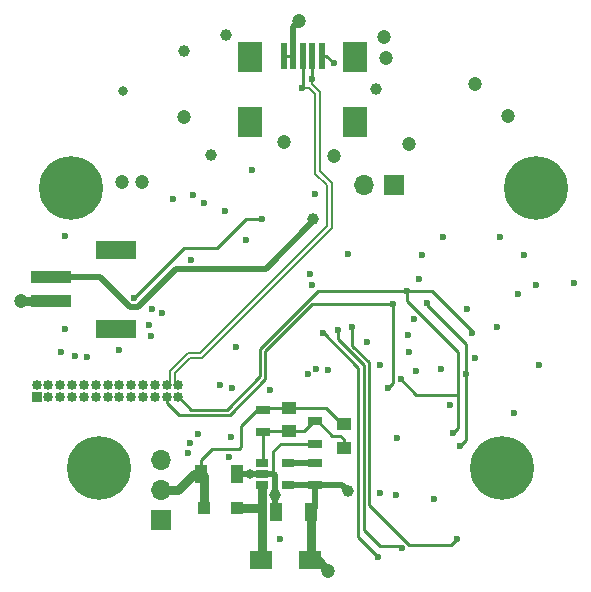
<source format=gbr>
G04 #@! TF.GenerationSoftware,KiCad,Pcbnew,(5.1.0)-1*
G04 #@! TF.CreationDate,2019-04-30T23:23:29-05:00*
G04 #@! TF.ProjectId,Avionics Board 1,4176696f-6e69-4637-9320-426f61726420,rev?*
G04 #@! TF.SameCoordinates,Original*
G04 #@! TF.FileFunction,Copper,L4,Bot*
G04 #@! TF.FilePolarity,Positive*
%FSLAX46Y46*%
G04 Gerber Fmt 4.6, Leading zero omitted, Abs format (unit mm)*
G04 Created by KiCad (PCBNEW (5.1.0)-1) date 2019-04-30 23:23:29*
%MOMM*%
%LPD*%
G04 APERTURE LIST*
%ADD10R,1.900000X1.600000*%
%ADD11O,0.850000X0.850000*%
%ADD12R,0.850000X0.850000*%
%ADD13R,1.250000X1.000000*%
%ADD14C,5.400000*%
%ADD15R,1.700000X1.700000*%
%ADD16O,1.700000X1.700000*%
%ADD17R,1.000000X1.600000*%
%ADD18R,1.100000X1.100000*%
%ADD19R,3.400000X1.500000*%
%ADD20R,3.500000X1.000000*%
%ADD21R,0.500000X2.300000*%
%ADD22R,2.000000X2.500000*%
%ADD23R,1.300000X0.700000*%
%ADD24R,1.060000X0.650000*%
%ADD25C,0.800000*%
%ADD26C,1.000000*%
%ADD27C,0.600000*%
%ADD28C,1.200000*%
%ADD29C,0.500000*%
%ADD30C,0.250000*%
%ADD31C,0.750000*%
%ADD32C,0.200000*%
G04 APERTURE END LIST*
D10*
X41719280Y-124805440D03*
X45819280Y-124805440D03*
D11*
X34700000Y-110000000D03*
X34700000Y-111000000D03*
X33700000Y-110000000D03*
X33700000Y-111000000D03*
X32700000Y-110000000D03*
X32700000Y-111000000D03*
X31700000Y-110000000D03*
X31700000Y-111000000D03*
X30700000Y-110000000D03*
X30700000Y-111000000D03*
X29700000Y-110000000D03*
X29700000Y-111000000D03*
X28700000Y-110000000D03*
X28700000Y-111000000D03*
X27700000Y-110000000D03*
X27700000Y-111000000D03*
X26700000Y-110000000D03*
X26700000Y-111000000D03*
X25700000Y-110000000D03*
X25700000Y-111000000D03*
X24700000Y-110000000D03*
X24700000Y-111000000D03*
X23700000Y-110000000D03*
X23700000Y-111000000D03*
X22700000Y-110000000D03*
D12*
X22700000Y-111000000D03*
D13*
X48700000Y-115300000D03*
X48700000Y-113300000D03*
D14*
X64940000Y-93322000D03*
X62100000Y-117000000D03*
X25640000Y-93322000D03*
X28000000Y-117000000D03*
D15*
X52940000Y-93022000D03*
D16*
X50400000Y-93022000D03*
D17*
X36640000Y-117522000D03*
X39640000Y-117522000D03*
X45940000Y-120722000D03*
X42940000Y-120722000D03*
D18*
X36840000Y-120422000D03*
X39640000Y-120422000D03*
D19*
X29440000Y-98522000D03*
D20*
X23890000Y-100872000D03*
X23890000Y-102872000D03*
D19*
X29440000Y-105222000D03*
D21*
X46840000Y-82122000D03*
X46040000Y-82122000D03*
X45240000Y-82122000D03*
X44440000Y-82122000D03*
X43640000Y-82122000D03*
D22*
X49690000Y-82222000D03*
X49690000Y-87722000D03*
X40790000Y-82222000D03*
X40790000Y-87722000D03*
D15*
X33223200Y-121406920D03*
D16*
X33223200Y-118866920D03*
X33223200Y-116326920D03*
D23*
X46240000Y-118472000D03*
X46240000Y-116572000D03*
D24*
X41740000Y-118472000D03*
X41740000Y-117522000D03*
X41740000Y-116572000D03*
X43940000Y-116572000D03*
X43940000Y-118472000D03*
D23*
X41840000Y-113972000D03*
X41840000Y-112072000D03*
X46240000Y-113072000D03*
X46240000Y-114972000D03*
D13*
X44040000Y-113922000D03*
X44040000Y-111922000D03*
D25*
X40740000Y-117522000D03*
D26*
X42840000Y-119322000D03*
D27*
X29640000Y-107022000D03*
X40440000Y-97722000D03*
X46040000Y-101522000D03*
X40940000Y-91822000D03*
X34240000Y-94222000D03*
X51740000Y-119122000D03*
D28*
X43640000Y-89422000D03*
D27*
X46240000Y-93822000D03*
D28*
X35140000Y-87322000D03*
X29940000Y-92822000D03*
D26*
X35140000Y-81722000D03*
D27*
X56311800Y-119621300D03*
D28*
X52240000Y-82322000D03*
X62640000Y-87222000D03*
X54240000Y-89622000D03*
D27*
X39570000Y-106758000D03*
X32440000Y-103522000D03*
X25092000Y-97360000D03*
X25092000Y-105234000D03*
X59106000Y-103572000D03*
X55042000Y-101032000D03*
X55296000Y-99000000D03*
X57074000Y-97476000D03*
X63932000Y-99000000D03*
X61900000Y-97476000D03*
X63424000Y-102302000D03*
D28*
X21390000Y-102872000D03*
D27*
X39240000Y-110222000D03*
D28*
X44900000Y-79200000D03*
D27*
X51800760Y-108310680D03*
X57715000Y-111668560D03*
X54787800Y-108818680D03*
X63124080Y-112379760D03*
X61716920Y-105105200D03*
X54102000Y-105791000D03*
X47840000Y-82722000D03*
D26*
X51440000Y-84922000D03*
D28*
X47840000Y-90622000D03*
D26*
X37440000Y-90522000D03*
D28*
X47401480Y-125724920D03*
D27*
X45840000Y-100622000D03*
X49040000Y-98922000D03*
X68184000Y-101322000D03*
X64940000Y-101522000D03*
X33340000Y-103922000D03*
X38640000Y-95222000D03*
X50640000Y-106322000D03*
D25*
X30040000Y-85122000D03*
D27*
X53140000Y-119322000D03*
X38240000Y-110022000D03*
D28*
X31640000Y-92822000D03*
D27*
X53247000Y-114447000D03*
X47381160Y-108727240D03*
X43327320Y-123012200D03*
X59827160Y-107690920D03*
X65211960Y-108285280D03*
X54193440Y-107172760D03*
X54652078Y-104417962D03*
D26*
X38740000Y-80322000D03*
D28*
X52140000Y-80522000D03*
D26*
X46100000Y-95922000D03*
D28*
X59840000Y-84522000D03*
D26*
X49022000Y-118948200D03*
D27*
X46940000Y-105622000D03*
X51612800Y-124576840D03*
X48240000Y-105322000D03*
X53645608Y-123811492D03*
X49440000Y-105122000D03*
X58293000Y-123050300D03*
X46040000Y-84122000D03*
X45140000Y-84822000D03*
X39141400Y-114437160D03*
X36337240Y-114147600D03*
X38968680Y-116123720D03*
X35692080Y-114940080D03*
X35514280Y-115773200D03*
X42453560Y-110388400D03*
X45640000Y-109022000D03*
X46340000Y-108622000D03*
X52840000Y-103122000D03*
X52440000Y-110222000D03*
X55740000Y-103022000D03*
X58540000Y-115122000D03*
X59040000Y-109067360D03*
X53540000Y-109522000D03*
X54040000Y-102022000D03*
X57940000Y-114022000D03*
X59522360Y-105557320D03*
X26940000Y-107622000D03*
X35740000Y-99422000D03*
X25940000Y-107522000D03*
X36840000Y-94622000D03*
X35940000Y-93922000D03*
X24740000Y-107222000D03*
X41740000Y-95922000D03*
X30940000Y-102622000D03*
X32240000Y-104922000D03*
X32340000Y-105822000D03*
X56896000Y-108625640D03*
D29*
X40740000Y-117522000D02*
X40640000Y-117522000D01*
D30*
X46240000Y-114972000D02*
X43390000Y-114972000D01*
X42740000Y-115622000D02*
X42740000Y-117522000D01*
X43390000Y-114972000D02*
X42740000Y-115622000D01*
D29*
X41740000Y-117522000D02*
X40640000Y-117522000D01*
X40640000Y-117522000D02*
X39640000Y-117522000D01*
X41740000Y-117522000D02*
X42740000Y-117522000D01*
X42840000Y-117622000D02*
X42840000Y-119322000D01*
X42840000Y-119322000D02*
X42840000Y-120622000D01*
X42740000Y-117522000D02*
X42840000Y-117622000D01*
X42840000Y-120622000D02*
X42940000Y-120722000D01*
D31*
X23890000Y-102872000D02*
X21390000Y-102872000D01*
D30*
X43640000Y-82122000D02*
X44440000Y-82122000D01*
D29*
X44440000Y-79660000D02*
X44900000Y-79200000D01*
X44440000Y-82122000D02*
X44440000Y-79660000D01*
D30*
X47240000Y-82122000D02*
X46840000Y-82122000D01*
X47840000Y-82722000D02*
X47240000Y-82122000D01*
D29*
X43940000Y-118472000D02*
X46240000Y-118472000D01*
X46240000Y-118472000D02*
X46240000Y-120422000D01*
X46240000Y-120422000D02*
X45940000Y-120722000D01*
X42089999Y-100172001D02*
X46040001Y-96221999D01*
X34500001Y-100172001D02*
X42089999Y-100172001D01*
X31300001Y-103372001D02*
X34500001Y-100172001D01*
X30579999Y-103372001D02*
X31300001Y-103372001D01*
X46040001Y-96221999D02*
X46340000Y-95922000D01*
X28079998Y-100872000D02*
X30579999Y-103372001D01*
X23890000Y-100872000D02*
X28079998Y-100872000D01*
X46240000Y-118472000D02*
X48545800Y-118472000D01*
X48545800Y-118472000D02*
X49022000Y-118948200D01*
D31*
X45940000Y-124684720D02*
X45819280Y-124805440D01*
X45940000Y-120722000D02*
X45940000Y-124684720D01*
X46482000Y-124805440D02*
X47401480Y-125724920D01*
X45819280Y-124805440D02*
X46482000Y-124805440D01*
D30*
X47040000Y-105622000D02*
X46940000Y-105622000D01*
X49940000Y-108522000D02*
X47040000Y-105622000D01*
X49940000Y-122904040D02*
X51612800Y-124576840D01*
X49940000Y-122688560D02*
X49940000Y-122904040D01*
X49940000Y-122688560D02*
X49940000Y-108522000D01*
X51740000Y-123622000D02*
X50390002Y-122272002D01*
X50390002Y-122272002D02*
X50390002Y-108272002D01*
X50390002Y-108272002D02*
X48240000Y-106122000D01*
X48240000Y-106122000D02*
X48240000Y-105322000D01*
X51740000Y-123622000D02*
X53456116Y-123622000D01*
X53456116Y-123622000D02*
X53645608Y-123811492D01*
X49440000Y-106685602D02*
X49440000Y-105122000D01*
X50840004Y-108085606D02*
X49440000Y-106685602D01*
X50840004Y-120122004D02*
X50840004Y-108085606D01*
X54240000Y-123522000D02*
X50840004Y-120122004D01*
X54240000Y-123522000D02*
X57821300Y-123522000D01*
X57821300Y-123522000D02*
X58293000Y-123050300D01*
D32*
X46040000Y-84503801D02*
X46725000Y-85188801D01*
X46040000Y-84122000D02*
X46040000Y-84503801D01*
X46725000Y-85188801D02*
X46725000Y-91906800D01*
X46725000Y-91906800D02*
X47725000Y-92906800D01*
X47725000Y-92906800D02*
X47725000Y-96693200D01*
X47725000Y-96693200D02*
X36693200Y-107725000D01*
X36693200Y-107725000D02*
X35693200Y-107725000D01*
X34425000Y-109725000D02*
X34700000Y-110000000D01*
X34425000Y-108993200D02*
X34425000Y-109725000D01*
X35693200Y-107725000D02*
X34425000Y-108993200D01*
D30*
X46040000Y-82122000D02*
X46040000Y-84122000D01*
X45140000Y-84822000D02*
X45240000Y-84722000D01*
D32*
X45140000Y-84822000D02*
X45721801Y-84822000D01*
X45721801Y-84822000D02*
X46275000Y-85375199D01*
X46275000Y-85375199D02*
X46275000Y-92093200D01*
X46275000Y-92093200D02*
X47275000Y-93093200D01*
X47275000Y-93093200D02*
X47275000Y-96506800D01*
X47275000Y-96506800D02*
X36506800Y-107275000D01*
X36506800Y-107275000D02*
X35506800Y-107275000D01*
X33975000Y-109725000D02*
X33700000Y-110000000D01*
X35506800Y-107275000D02*
X33975000Y-108806800D01*
X33975000Y-108806800D02*
X33975000Y-109725000D01*
D30*
X45240000Y-84722000D02*
X45240000Y-82122000D01*
X52840000Y-109822000D02*
X52840000Y-103122000D01*
X52440000Y-110222000D02*
X52840000Y-109822000D01*
X55740000Y-103222000D02*
X55740000Y-103022000D01*
X59040000Y-106522000D02*
X55740000Y-103222000D01*
X58540000Y-115122000D02*
X59040000Y-114622000D01*
X46040000Y-103122000D02*
X52840000Y-103122000D01*
X33740000Y-111523040D02*
X34738960Y-112522000D01*
X33740000Y-111022000D02*
X33740000Y-111523040D01*
X34738960Y-112522000D02*
X39040000Y-112522000D01*
X42040000Y-109522000D02*
X42040000Y-107122000D01*
X39040000Y-112522000D02*
X42040000Y-109522000D01*
X42040000Y-107122000D02*
X46040000Y-103122000D01*
X59040000Y-109067360D02*
X59040000Y-106522000D01*
X59040000Y-114622000D02*
X59040000Y-109067360D01*
X58340000Y-110822000D02*
X58340000Y-110622000D01*
X54840000Y-110822000D02*
X58340000Y-110822000D01*
X53540000Y-109522000D02*
X54840000Y-110822000D01*
X54040000Y-102922000D02*
X54040000Y-102022000D01*
X58340000Y-107222000D02*
X54040000Y-102922000D01*
X58340000Y-113622000D02*
X58340000Y-110622000D01*
X58340000Y-110622000D02*
X58340000Y-107222000D01*
X57940000Y-114022000D02*
X58340000Y-113622000D01*
X46465002Y-102022000D02*
X53615736Y-102022000D01*
X34740000Y-111022000D02*
X35789990Y-112071990D01*
X53615736Y-102022000D02*
X54040000Y-102022000D01*
X46503590Y-102022000D02*
X53615736Y-102022000D01*
X41589991Y-106935599D02*
X46503590Y-102022000D01*
X41589990Y-109272010D02*
X41589991Y-106935599D01*
X38790010Y-112071990D02*
X41589990Y-109272010D01*
X35789990Y-112071990D02*
X38790010Y-112071990D01*
X54040000Y-102022000D02*
X56164840Y-102022000D01*
X56164840Y-102022000D02*
X59522360Y-105379520D01*
X59522360Y-105379520D02*
X59522360Y-105557320D01*
X40440000Y-95922000D02*
X41740000Y-95922000D01*
X37940000Y-98422000D02*
X40440000Y-95922000D01*
X35140000Y-98422000D02*
X37940000Y-98422000D01*
X30940000Y-102622000D02*
X35140000Y-98422000D01*
D31*
X36500000Y-117382000D02*
X36640000Y-117522000D01*
D30*
X41840000Y-112072000D02*
X41390000Y-112072000D01*
X41390000Y-112072000D02*
X40040000Y-113422000D01*
X36640000Y-116322000D02*
X36640000Y-117522000D01*
X37540000Y-115422000D02*
X36640000Y-116322000D01*
X39840000Y-115422000D02*
X37540000Y-115422000D01*
X40040000Y-115222000D02*
X39840000Y-115422000D01*
X44040000Y-111922000D02*
X41990000Y-111922000D01*
X41990000Y-111922000D02*
X41840000Y-112072000D01*
D31*
X36840000Y-117722000D02*
X36640000Y-117522000D01*
X36840000Y-120422000D02*
X36840000Y-117722000D01*
D30*
X44915000Y-111922000D02*
X44040000Y-111922000D01*
X47197000Y-111922000D02*
X44915000Y-111922000D01*
X48575000Y-113300000D02*
X47197000Y-111922000D01*
X48700000Y-113300000D02*
X48575000Y-113300000D01*
D31*
X34686240Y-118866920D02*
X33223200Y-118866920D01*
X36640000Y-117522000D02*
X36031160Y-117522000D01*
X36031160Y-117522000D02*
X34686240Y-118866920D01*
D30*
X40040000Y-115222000D02*
X40040000Y-113422000D01*
D31*
X39640000Y-120422000D02*
X41740000Y-120422000D01*
X41740000Y-120422000D02*
X41640000Y-120422000D01*
X41640000Y-120422000D02*
X41740000Y-120422000D01*
X41740000Y-118472000D02*
X41740000Y-120422000D01*
X41740000Y-124784720D02*
X41719280Y-124805440D01*
X41740000Y-120422000D02*
X41740000Y-124784720D01*
D29*
X43940000Y-116572000D02*
X46240000Y-116572000D01*
D30*
X41840000Y-113972000D02*
X41840000Y-116472000D01*
X41840000Y-116472000D02*
X41740000Y-116572000D01*
X44040000Y-113922000D02*
X41890000Y-113922000D01*
X41890000Y-113922000D02*
X41840000Y-113972000D01*
X46240000Y-113072000D02*
X46190000Y-113072000D01*
X46190000Y-113072000D02*
X45340000Y-113922000D01*
X45340000Y-113922000D02*
X44040000Y-113922000D01*
X46540000Y-113072000D02*
X46240000Y-113072000D01*
X47740000Y-114272000D02*
X46540000Y-113072000D01*
X48422000Y-114272000D02*
X47740000Y-114272000D01*
X48700000Y-114550000D02*
X48422000Y-114272000D01*
X48700000Y-115300000D02*
X48700000Y-114550000D01*
M02*

</source>
